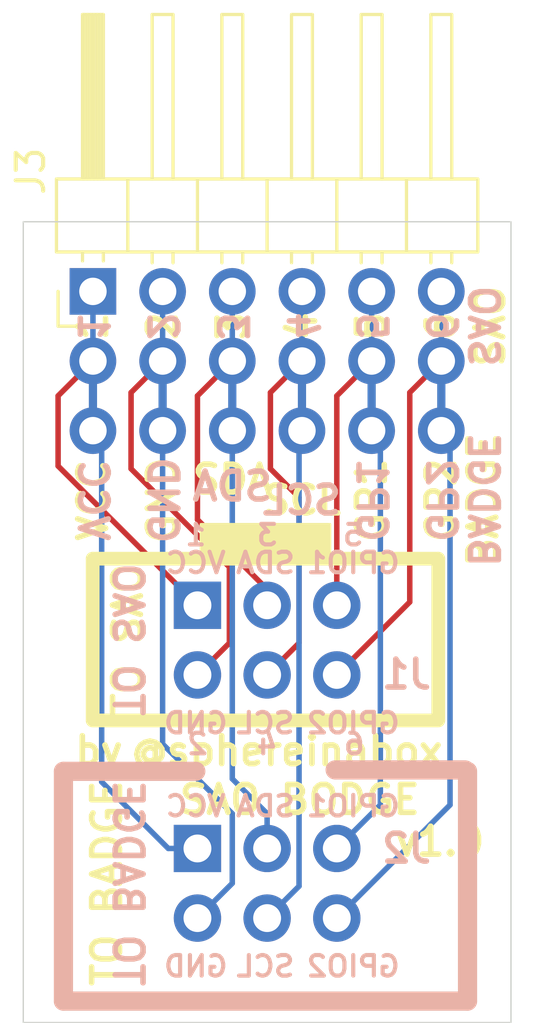
<source format=kicad_pcb>
(kicad_pcb (version 20240108) (generator "pcbnew") (generator_version "8.0")
  (layers (0 "F.Cu" signal) (31 "B.Cu" signal) (34 "B.Paste" user) (35 "F.Paste" user) (36 "B.SilkS" user "B.Silkscreen") (37 "F.SilkS" user "F.Silkscreen") (38 "B.Mask" user) (39 "F.Mask" user) (44 "Edge.Cuts" user))
  (net 0 "")
  (net 1 "/VCC")
  (net 2 "/GND")
  (net 3 "/SDA")
  (net 4 "/SCL")
  (net 5 "/GPIO1")
  (net 6 "/GPIO2")
  (net 7 "/SAO_1")
  (net 8 "/SAO_3")
  (net 9 "/SAO_4")
  (net 10 "/SAO_5")
  (net 11 "/SAO_2")
  (net 12 "/SAO_6")
  (footprint "Connector_PinHeader_2.54mm:PinHeader_1x06_P2.54mm_Horizontal" (layer "F.Cu") (at 69.85 50.8 90)
    (property "Reference" "J3" (at 4.385 -2.27 90) (layer "F.SilkS"))
    (property "Value" "Conn_01x06_Pin")
    (fp_line (start 4.1 -1.33) (end 1.44 -1.33) (stroke (width 0.12)) (layer "F.SilkS"))
    (fp_line (start 1.44 -1.33) (end 1.44 14.03) (stroke (width 0.12)) (layer "F.SilkS"))
    (fp_line (start -1.27 -1.27) (end 0 -1.27) (stroke (width 0.12)) (layer "F.SilkS"))
    (fp_line (start 10.1 -0.38) (end 10.1 0.38) (stroke (width 0.12)) (layer "F.SilkS"))
    (fp_line (start 4.1 -0.38) (end 10.1 -0.38) (stroke (width 0.12)) (layer "F.SilkS"))
    (fp_line (start 1.11 -0.38) (end 1.44 -0.38) (stroke (width 0.12)) (layer "F.SilkS"))
    (fp_line (start 4.1 -0.32) (end 10.1 -0.32) (stroke (width 0.12)) (layer "F.SilkS"))
    (fp_line (start 4.1 -0.2) (end 10.1 -0.2) (stroke (width 0.12)) (layer "F.SilkS"))
    (fp_line (start 4.1 -0.08) (end 10.1 -0.08) (stroke (width 0.12)) (layer "F.SilkS"))
    (fp_line (start -1.27 0) (end -1.27 -1.27) (stroke (width 0.12)) (layer "F.SilkS"))
    (fp_line (start 4.1 0.04) (end 10.1 0.04) (stroke (width 0.12)) (layer "F.SilkS"))
    (fp_line (start 4.1 0.16) (end 10.1 0.16) (stroke (width 0.12)) (layer "F.SilkS"))
    (fp_line (start 4.1 0.28) (end 10.1 0.28) (stroke (width 0.12)) (layer "F.SilkS"))
    (fp_line (start 10.1 0.38) (end 4.1 0.38) (stroke (width 0.12)) (layer "F.SilkS"))
    (fp_line (start 1.11 0.38) (end 1.44 0.38) (stroke (width 0.12)) (layer "F.SilkS"))
    (fp_line (start 1.44 1.27) (end 4.1 1.27) (stroke (width 0.12)) (layer "F.SilkS"))
    (fp_line (start 10.1 2.16) (end 10.1 2.92) (stroke (width 0.12)) (layer "F.SilkS"))
    (fp_line (start 4.1 2.16) (end 10.1 2.16) (stroke (width 0.12)) (layer "F.SilkS"))
    (fp_line (start 1.042929 2.16) (end 1.44 2.16) (stroke (width 0.12)) (layer "F.SilkS"))
    (fp_line (start 10.1 2.92) (end 4.1 2.92) (stroke (width 0.12)) (layer "F.SilkS"))
    (fp_line (start 1.042929 2.92) (end 1.44 2.92) (stroke (width 0.12)) (layer "F.SilkS"))
    (fp_line (start 1.44 3.81) (end 4.1 3.81) (stroke (width 0.12)) (layer "F.SilkS"))
    (fp_line (start 10.1 4.7) (end 10.1 5.46) (stroke (width 0.12)) (layer "F.SilkS"))
    (fp_line (start 4.1 4.7) (end 10.1 4.7) (stroke (width 0.12)) (layer "F.SilkS"))
    (fp_line (start 1.042929 4.7) (end 1.44 4.7) (stroke (width 0.12)) (layer "F.SilkS"))
    (fp_line (start 10.1 5.46) (end 4.1 5.46) (stroke (width 0.12)) (layer "F.SilkS"))
    (fp_line (start 1.042929 5.46) (end 1.44 5.46) (stroke (width 0.12)) (layer "F.SilkS"))
    (fp_line (start 1.44 6.35) (end 4.1 6.35) (stroke (width 0.12)) (layer "F.SilkS"))
    (fp_line (start 10.1 7.24) (end 10.1 8) (stroke (width 0.12)) (layer "F.SilkS"))
    (fp_line (start 4.1 7.24) (end 10.1 7.24) (stroke (width 0.12)) (layer "F.SilkS"))
    (fp_line (start 1.042929 7.24) (end 1.44 7.24) (stroke (width 0.12)) (layer "F.SilkS"))
    (fp_line (start 10.1 8) (end 4.1 8) (stroke (width 0.12)) (layer "F.SilkS"))
    (fp_line (start 1.042929 8) (end 1.44 8) (stroke (width 0.12)) (layer "F.SilkS"))
    (fp_line (start 1.44 8.89) (end 4.1 8.89) (stroke (width 0.12)) (layer "F.SilkS"))
    (fp_line (start 10.1 9.78) (end 10.1 10.54) (stroke (width 0.12)) (layer "F.SilkS"))
    (fp_line (start 4.1 9.78) (end 10.1 9.78) (stroke (width 0.12)) (layer "F.SilkS"))
    (fp_line (start 1.042929 9.78) (end 1.44 9.78) (stroke (width 0.12)) (layer "F.SilkS"))
    (fp_line (start 10.1 10.54) (end 4.1 10.54) (stroke (width 0.12)) (layer "F.SilkS"))
    (fp_line (start 1.042929 10.54) (end 1.44 10.54) (stroke (width 0.12)) (layer "F.SilkS"))
    (fp_line (start 1.44 11.43) (end 4.1 11.43) (stroke (width 0.12)) (layer "F.SilkS"))
    (fp_line (start 10.1 12.32) (end 10.1 13.08) (stroke (width 0.12)) (layer "F.SilkS"))
    (fp_line (start 4.1 12.32) (end 10.1 12.32) (stroke (width 0.12)) (layer "F.SilkS"))
    (fp_line (start 1.042929 12.32) (end 1.44 12.32) (stroke (width 0.12)) (layer "F.SilkS"))
    (fp_line (start 10.1 13.08) (end 4.1 13.08) (stroke (width 0.12)) (layer "F.SilkS"))
    (fp_line (start 1.042929 13.08) (end 1.44 13.08) (stroke (width 0.12)) (layer "F.SilkS"))
    (fp_line (start 4.1 14.03) (end 4.1 -1.33) (stroke (width 0.12)) (layer "F.SilkS"))
    (fp_line (start 1.44 14.03) (end 4.1 14.03) (stroke (width 0.12)) (layer "F.SilkS"))
    (pad "1" thru_hole rect (at 0 0 90) (size 1.7 1.7) (drill 1) (layers "*.Cu" "*.Mask") (net 7 "/SAO_1"))
    (pad "2" thru_hole oval (at 0 2.54 90) (size 1.7 1.7) (drill 1) (layers "*.Cu" "*.Mask") (net 11 "/SAO_2"))
    (pad "3" thru_hole oval (at 0 5.08 90) (size 1.7 1.7) (drill 1) (layers "*.Cu" "*.Mask") (net 8 "/SAO_3"))
    (pad "4" thru_hole oval (at 0 7.62 90) (size 1.7 1.7) (drill 1) (layers "*.Cu" "*.Mask") (net 9 "/SAO_4"))
    (pad "5" thru_hole oval (at 0 10.16 90) (size 1.7 1.7) (drill 1) (layers "*.Cu" "*.Mask") (net 10 "/SAO_5"))
    (pad "6" thru_hole oval (at 0 12.7 90) (size 1.7 1.7) (drill 1) (layers "*.Cu" "*.Mask") (net 12 "/SAO_6"))
  )
  (footprint "Simple_Addon_v2:Simple_Addon_v2-BADGE-2x3" (layer "F.Cu") (at 76.14 63.5)
    (property "Reference" "J1" (at 5.14 1.27 180) (layer "B.SilkS") (effects (font (size 1.016 1.016) (thickness 0.2032)) (justify mirror)))
    (property "Value" "to SAO")
    (fp_line (start -6.3 -2.95) (end 6.3 -2.95) (stroke (width 0.5)) (layer "F.SilkS"))
    (fp_line (start -6.3 2.95) (end -6.3 -2.95) (stroke (width 0.5)) (layer "F.SilkS"))
    (fp_line (start 6.3 -2.95) (end 6.3 2.95) (stroke (width 0.5)) (layer "F.SilkS"))
    (fp_line (start 6.3 2.95) (end -6.3 2.95) (stroke (width 0.5)) (layer "F.SilkS"))
    (fp_poly (pts (xy 2.3495 -3.0607) (xy -2.3495 -3.0607) (xy -2.3495 -4.2037) (xy 2.3495 -4.2037)) (stroke (width 0.1)) (fill solid) (layer "F.SilkS"))
    (fp_text user "GPIO2" (at 3.2 3.048 0) (layer "B.SilkS") (effects (font (size 0.75 0.75)) (justify mirror)))
    (fp_text user "GPIO1" (at 3.2 -2.794 0) (layer "B.SilkS") (effects (font (size 0.75 0.75)) (justify mirror)))
    (fp_text user "1" (at -2.54 -3.81 0) (layer "B.SilkS") (effects (font (size 0.75 0.75)) (justify mirror)))
    (fp_text user "VCC" (at -2.54 -2.794 0) (layer "B.SilkS") (effects (font (size 0.75 0.75)) (justify mirror)))
    (fp_text user "GND" (at -2.54 3.048 0) (layer "B.SilkS") (effects (font (size 0.75 0.75)) (justify mirror)))
    (fp_text user "3" (at 0.06 -3.81 0) (layer "B.SilkS") (effects (font (size 0.75 0.75)) (justify mirror)))
    (fp_text user "5" (at 3.2 -3.81 0) (layer "B.SilkS") (effects (font (size 0.75 0.75)) (justify mirror)))
    (fp_text user "4" (at 0.06 3.81 0) (layer "B.SilkS") (effects (font (size 0.75 0.75)) (justify mirror)))
    (fp_text user "6" (at 3.235 3.81 0) (layer "B.SilkS") (effects (font (size 0.75 0.75)) (justify mirror)))
    (fp_text user "SDA" (at 0 -2.794 0) (layer "B.SilkS") (effects (font (size 0.75 0.75)) (justify mirror)))
    (fp_text user "SCL" (at 0 3.048 0) (layer "B.SilkS") (effects (font (size 0.75 0.75)) (justify mirror)))
    (fp_text user "2" (at -2.48 3.81 0) (layer "B.SilkS") (effects (font (size 0.75 0.75)) (justify mirror)))
    (pad "1" thru_hole rect (at -2.48 -1.25 270) (size 1.7272 1.7272) (drill 1.016) (layers "*.Cu" "*.Mask") (net 7 "/SAO_1"))
    (pad "2" thru_hole circle (at -2.48 1.29 270) (size 1.7272 1.7272) (drill 1.016) (layers "*.Cu" "*.Mask") (net 11 "/SAO_2"))
    (pad "3" thru_hole oval (at 0.06 -1.25 270) (size 1.7272 1.7272) (drill 1.016) (layers "*.Cu" "*.Mask") (net 8 "/SAO_3"))
    (pad "4" thru_hole oval (at 0.06 1.29 270) (size 1.7272 1.7272) (drill 1.016) (layers "*.Cu" "*.Mask") (net 9 "/SAO_4"))
    (pad "5" thru_hole circle (at 2.6 -1.25 270) (size 1.7272 1.7272) (drill 1.016) (layers "*.Cu" "*.Mask") (net 10 "/SAO_5"))
    (pad "6" thru_hole circle (at 2.6 1.29 270) (size 1.7272 1.7272) (drill 1.016) (layers "*.Cu" "*.Mask") (net 12 "/SAO_6"))
  )
  (footprint "Simple_Addon_v2:Simple_Addon_v2-SAO-2x3" (layer "F.Cu") (at 76.14 72.37)
    (property "Reference" "J2" (at 5.14 -1.25 0) (layer "B.SilkS") (effects (font (size 1.016 1.016) (thickness 0.2032)) (justify mirror)))
    (property "Value" "to BADGE")
    (fp_line (start -7.366 -4.064) (end -7.366 4.318) (stroke (width 0.7)) (layer "B.SilkS"))
    (fp_line (start -7.366 4.318) (end 7.366 4.318) (stroke (width 0.7)) (layer "B.SilkS"))
    (fp_line (start -2.54 -4.064) (end -7.366 -4.064) (stroke (width 0.7)) (layer "B.SilkS"))
    (fp_line (start 7.27964 -4.1148) (end 2.54 -4.1148) (stroke (width 0.7)) (layer "B.SilkS"))
    (fp_line (start 7.366 4.318) (end 7.366 -4.064) (stroke (width 0.7)) (layer "B.SilkS"))
    (fp_text user "GPIO2" (at 3.2 3.048 0) (layer "B.SilkS") (effects (font (size 0.75 0.75)) (justify mirror)))
    (fp_text user "GND" (at -2.54 3.048 0) (layer "B.SilkS") (effects (font (size 0.75 0.75)) (justify mirror)))
    (fp_text user "SDA" (at 0 -2.794 0) (layer "B.SilkS") (effects (font (size 0.75 0.75)) (justify mirror)))
    (fp_text user "VCC" (at -2.54 -2.794 0) (layer "B.SilkS") (effects (font (size 0.75 0.75)) (justify mirror)))
    (fp_text user "GPIO1" (at 3.2 -2.794 0) (layer "B.SilkS") (effects (font (size 0.75 0.75)) (justify mirror)))
    (fp_text user "SCL" (at 0 3.048 0) (layer "B.SilkS") (effects (font (size 0.75 0.75)) (justify mirror)))
    (pad "1" thru_hole rect (at -2.48 -1.25 270) (size 1.7272 1.7272) (drill 1.016) (layers "*.Cu" "*.Mask") (net 1 "/VCC"))
    (pad "2" thru_hole circle (at -2.48 1.29 270) (size 1.7272 1.7272) (drill 1.016) (layers "*.Cu" "*.Mask") (net 2 "/GND"))
    (pad "3" thru_hole oval (at 0.06 -1.25 270) (size 1.7272 1.7272) (drill 1.016) (layers "*.Cu" "*.Mask") (net 3 "/SDA"))
    (pad "4" thru_hole oval (at 0.06 1.29 270) (size 1.7272 1.7272) (drill 1.016) (layers "*.Cu" "*.Mask") (net 4 "/SCL"))
    (pad "5" thru_hole circle (at 2.6 -1.25 270) (size 1.7272 1.7272) (drill 1.016) (layers "*.Cu" "*.Mask") (net 5 "/GPIO1"))
    (pad "6" thru_hole circle (at 2.6 1.29 270) (size 1.7272 1.7272) (drill 1.016) (layers "*.Cu" "*.Mask") (net 6 "/GPIO2"))
  )
  (footprint "SAO-Util:SolderJumper-2_Bridged_Pad_Holes" (layer "B.Cu") (at 72.39 53.34 -90)
    (property "Reference" "JP2" (hide yes))
    (property "Value" "SolderJumper_2_Bridged" (hide yes))
    (fp_line (start 0 0) (end 2.54 0) (stroke (width 0.3)) (layer "B.Cu"))
    (pad "1" thru_hole circle (at 0 0 270) (size 1.7 1.7) (drill 1) (layers "*.Cu" "*.Mask") (net 11 "/SAO_2"))
    (pad "2" thru_hole circle (at 2.54 0 270) (size 1.7 1.7) (drill 1) (layers "*.Cu" "*.Mask") (net 2 "/GND"))
  )
  (footprint "SAO-Util:SolderJumper-2_Bridged_Pad_Holes" (layer "B.Cu") (at 77.47 53.34 -90)
    (property "Reference" "JP4" (hide yes))
    (property "Value" "SolderJumper_2_Bridged" (hide yes))
    (fp_line (start 0 0) (end 2.54 0) (stroke (width 0.3)) (layer "B.Cu"))
    (pad "1" thru_hole circle (at 0 0 270) (size 1.7 1.7) (drill 1) (layers "*.Cu" "*.Mask") (net 9 "/SAO_4"))
    (pad "2" thru_hole circle (at 2.54 0 270) (size 1.7 1.7) (drill 1) (layers "*.Cu" "*.Mask") (net 4 "/SCL"))
  )
  (footprint "SAO-Util:SolderJumper-2_Bridged_Pad_Holes" (layer "B.Cu") (at 80.01 53.34 -90)
    (property "Reference" "JP5" (hide yes))
    (property "Value" "SolderJumper_2_Bridged" (hide yes))
    (fp_line (start 0 0) (end 2.54 0) (stroke (width 0.3)) (layer "B.Cu"))
    (pad "1" thru_hole circle (at 0 0 270) (size 1.7 1.7) (drill 1) (layers "*.Cu" "*.Mask") (net 10 "/SAO_5"))
    (pad "2" thru_hole circle (at 2.54 0 270) (size 1.7 1.7) (drill 1) (layers "*.Cu" "*.Mask") (net 5 "/GPIO1"))
  )
  (footprint "SAO-Util:SolderJumper-2_Bridged_Pad_Holes" (layer "B.Cu") (at 82.55 53.34 -90)
    (property "Reference" "JP6" (hide yes))
    (property "Value" "SolderJumper_2_Bridged" (hide yes))
    (fp_line (start 0 0) (end 2.54 0) (stroke (width 0.3)) (layer "B.Cu"))
    (pad "1" thru_hole circle (at 0 0 270) (size 1.7 1.7) (drill 1) (layers "*.Cu" "*.Mask") (net 12 "/SAO_6"))
    (pad "2" thru_hole circle (at 2.54 0 270) (size 1.7 1.7) (drill 1) (layers "*.Cu" "*.Mask") (net 6 "/GPIO2"))
  )
  (footprint "SAO-Util:SolderJumper-2_Bridged_Pad_Holes" (layer "B.Cu") (at 69.85 53.34 -90)
    (property "Reference" "JP1" (hide yes))
    (property "Value" "SolderJumper_2_Bridged" (hide yes))
    (fp_line (start 0 0) (end 2.54 0) (stroke (width 0.3)) (layer "B.Cu"))
    (pad "1" thru_hole circle (at 0 0 270) (size 1.7 1.7) (drill 1) (layers "*.Cu" "*.Mask") (net 7 "/SAO_1"))
    (pad "2" thru_hole circle (at 2.54 0 270) (size 1.7 1.7) (drill 1) (layers "*.Cu" "*.Mask") (net 1 "/VCC"))
  )
  (footprint "SAO-Util:SolderJumper-2_Bridged_Pad_Holes" (layer "B.Cu") (at 74.93 53.34 -90)
    (property "Reference" "JP3" (hide yes))
    (property "Value" "SolderJumper_2_Bridged" (hide yes))
    (fp_line (start 0 0) (end 2.54 0) (stroke (width 0.3)) (layer "B.Cu"))
    (pad "1" thru_hole circle (at 0 0 270) (size 1.7 1.7) (drill 1) (layers "*.Cu" "*.Mask") (net 8 "/SAO_3"))
    (pad "2" thru_hole circle (at 2.54 0 270) (size 1.7 1.7) (drill 1) (layers "*.Cu" "*.Mask") (net 3 "/SDA"))
  )
  (gr_rect (start 67.31 48.26) (end 85.09 77.47) (stroke (width 0.05)) (fill none) (layer "Edge.Cuts"))
  (gr_text "2" (at 72.39 52.07 -90) (layer "B.SilkS") (effects (font (size 1.016 1.016) (thickness 0.2032) (bold yes)) (justify mirror)))
  (gr_text "3" (at 74.93 52.07 -90) (layer "B.SilkS") (effects (font (size 1.016 1.016) (thickness 0.2032) (bold yes)) (justify mirror)))
  (gr_text "5" (at 80.01 52.07 -90) (layer "B.SilkS") (effects (font (size 1.016 1.016) (thickness 0.2032) (bold yes)) (justify mirror)))
  (gr_text "4" (at 77.47 52.07 -90) (layer "B.SilkS") (effects (font (size 1.016 1.016) (thickness 0.2032) (bold yes)) (justify mirror)))
  (gr_text "GP2" (at 82.55 58.42 270) (layer "B.SilkS") (effects (font (size 1.016 1.016) (thickness 0.2032) (bold yes)) (justify mirror)))
  (gr_text "SDA" (at 74.93 57.912 0) (layer "B.SilkS") (effects (font (size 1.016 1.016) (thickness 0.2032) (bold yes)) (justify mirror)))
  (gr_text "GND" (at 72.39 58.42 -90) (layer "B.SilkS") (effects (font (size 1.016 1.016) (thickness 0.2032) (bold yes)) (justify mirror)))
  (gr_text "VCC" (at 69.85 58.42 -90) (layer "B.SilkS") (effects (font (size 1.016 1.016) (thickness 0.2032) (bold yes)) (justify mirror)))
  (gr_text "BADGE" (at 84.074 60.96 270) (layer "B.SilkS") (effects (font (size 1.016 1.016) (thickness 0.2032) (bold yes)) (justify left mirror)))
  (gr_text "GP1" (at 80.01 58.42 270) (layer "B.SilkS") (effects (font (size 1.016 1.016) (thickness 0.2032) (bold yes)) (justify mirror)))
  (gr_text "6" (at 82.55 52.07 -90) (layer "B.SilkS") (effects (font (size 1.016 1.016) (thickness 0.2032) (bold yes)) (justify mirror)))
  (gr_text "1" (at 69.85 52.07 270) (layer "B.SilkS") (effects (font (size 1.016 1.016) (thickness 0.2032) (bold yes)) (justify mirror)))
  (gr_text "TO BADGE" (at 71.12 72.39 -90) (layer "B.SilkS") (effects (font (size 1.016 1.016) (thickness 0.2032) (bold yes)) (justify mirror)))
  (gr_text "TO SAO" (at 71.12 63.5 -90) (layer "B.SilkS") (effects (font (size 1.016 1.016) (thickness 0.2032) (bold yes)) (justify mirror)))
  (gr_text "SAO" (at 84.074 52.07 270) (layer "B.SilkS") (effects (font (size 1.016 1.016) (thickness 0.2032) (bold yes)) (justify mirror)))
  (gr_text "SCL" (at 77.47 58.42 0) (layer "B.SilkS") (effects (font (size 1.016 1.016) (thickness 0.2032) (bold yes)) (justify mirror)))
  (gr_text "TO SAO" (at 71.12 63.5 90) (layer "F.SilkS") (effects (font (size 1.016 1.016) (thickness 0.2032) (bold yes))))
  (gr_text "VCC" (at 69.85 58.42 90) (layer "F.SilkS") (effects (font (size 1.016 1.016) (thickness 0.2032) (bold yes))))
  (gr_text "1" (at 69.85 52.07 90) (layer "F.SilkS") (effects (font (size 1.016 1.016) (thickness 0.2032) (bold yes))))
  (gr_text "5" (at 80.01 52.07 90) (layer "F.SilkS") (effects (font (size 1.016 1.016) (thickness 0.2032) (bold yes))))
  (gr_text "SAO BODGE" (at 72.898 69.342 0) (layer "F.SilkS") (effects (font (size 1.016 1.016) (thickness 0.2032) (bold yes)) (justify left)))
  (gr_text "6" (at 82.55 52.07 90) (layer "F.SilkS") (effects (font (size 1.016 1.016) (thickness 0.2032) (bold yes))))
  (gr_text "4" (at 77.47 52.07 90) (layer "F.SilkS") (effects (font (size 1.016 1.016) (thickness 0.2032) (bold yes))))
  (gr_text "3" (at 74.93 52.07 90) (layer "F.SilkS") (effects (font (size 1.016 1.016) (thickness 0.2032) (bold yes))))
  (gr_text "GP1" (at 80.01 58.42 90) (layer "F.SilkS") (effects (font (size 1.016 1.016) (thickness 0.2032) (bold yes))))
  (gr_text "TO BADGE" (at 70.358 72.39 90) (layer "F.SilkS") (effects (font (size 1.016 1.016) (thickness 0.2032) (bold yes))))
  (gr_text "v1.0" (at 80.772 70.866 0) (layer "F.SilkS") (effects (font (size 1.016 1.016) (thickness 0.2032) (bold yes)) (justify left)))
  (gr_text "SAO" (at 84.328 52.07 90) (layer "F.SilkS") (effects (font (size 1.016 1.016) (thickness 0.2032) (bold yes))))
  (gr_text "GND" (at 72.39 58.42 90) (layer "F.SilkS") (effects (font (size 1.016 1.016) (thickness 0.2032) (bold yes))))
  (gr_text "@sphereinabox" (at 71.12 67.564 0) (layer "F.SilkS") (effects (font (size 1.016 1.016) (thickness 0.2032) (bold yes)) (justify left)))
  (gr_text "SDA" (at 74.93 57.658 0) (layer "F.SilkS") (effects (font (size 1.016 1.016) (thickness 0.2032) (bold yes))))
  (gr_text "GP2" (at 82.55 58.42 90) (layer "F.SilkS") (effects (font (size 1.016 1.016) (thickness 0.2032) (bold yes))))
  (gr_text "by" (at 69.088 67.564 0) (layer "F.SilkS") (effects (font (size 1.016 1.016) (thickness 0.2032) (bold yes)) (justify left)))
  (gr_text "2" (at 72.39 52.07 90) (layer "F.SilkS") (effects (font (size 1.016 1.016) (thickness 0.2032) (bold yes))))
  (gr_text "BADGE" (at 84.074 60.96 90) (layer "F.SilkS") (effects (font (size 1.016 1.016) (thickness 0.2032) (bold yes)) (justify left)))
  (gr_text "SCL" (at 77.47 58.42 0) (layer "F.SilkS") (effects (font (size 1.016 1.016) (thickness 0.2032) (bold yes))))
  (segment (start 70.168198 68.691798) (end 70.168198 56.198198) (width 0.2) (layer "B.Cu") (net 1))
  (segment (start 73.66 71.12) (end 72.5964 71.12) (width 0.2) (layer "B.Cu") (net 1))
  (segment (start 72.5964 71.12) (end 70.168198 68.691798) (width 0.2) (layer "B.Cu") (net 1))
  (segment (start 74.93 69.85) (end 72.39 67.31) (width 0.2) (layer "B.Cu") (net 2))
  (segment (start 72.39 56.516396) (end 72.708198 56.198198) (width 0.2) (layer "B.Cu") (net 2))
  (segment (start 74.93 72.39) (end 74.93 69.85) (width 0.2) (layer "B.Cu") (net 2))
  (segment (start 72.39 67.31) (end 72.39 56.516396) (width 0.2) (layer "B.Cu") (net 2))
  (segment (start 73.66 73.66) (end 74.93 72.39) (width 0.2) (layer "B.Cu") (net 2))
  (segment (start 74.93 68.58) (end 74.93 56.516396) (width 0.2) (layer "B.Cu") (net 3))
  (segment (start 76.2 69.85) (end 74.93 68.58) (width 0.2) (layer "B.Cu") (net 3))
  (segment (start 76.2 71.12) (end 76.2 69.85) (width 0.2) (layer "B.Cu") (net 3))
  (segment (start 74.93 56.516396) (end 75.248198 56.198198) (width 0.2) (layer "B.Cu") (net 3))
  (segment (start 77.3636 72.4964) (end 77.3636 56.622796) (width 0.2) (layer "B.Cu") (net 4))
  (segment (start 77.3636 56.622796) (end 77.788198 56.198198) (width 0.2) (layer "B.Cu") (net 4))
  (segment (start 76.2 73.66) (end 77.3636 72.4964) (width 0.2) (layer "B.Cu") (net 4))
  (segment (start 80.328198 69.531802) (end 80.328198 56.198198) (width 0.2) (layer "B.Cu") (net 5))
  (segment (start 78.74 71.12) (end 80.328198 69.531802) (width 0.2) (layer "B.Cu") (net 5))
  (segment (start 82.868198 69.531802) (end 82.868198 56.198198) (width 0.2) (layer "B.Cu") (net 6))
  (segment (start 78.74 73.66) (end 82.868198 69.531802) (width 0.2) (layer "B.Cu") (net 6))
  (segment (start 69.85 53.34) (end 68.58 54.61) (width 0.2) (layer "F.Cu") (net 7))
  (segment (start 68.58 54.61) (end 68.58 57.17) (width 0.2) (layer "F.Cu") (net 7))
  (segment (start 68.58 57.17) (end 73.66 62.25) (width 0.2) (layer "F.Cu") (net 7))
  (segment (start 69.85 50.8) (end 69.85 52.703604) (width 0.2) (layer "B.Cu") (net 7))
  (segment (start 69.85 52.703604) (end 69.531802 53.021802) (width 0.2) (layer "B.Cu") (net 7))
  (segment (start 69.85 52.774315) (end 69.567157 53.057158) (width 0.2) (layer "B.Cu") (net 7))
  (segment (start 73.66 59.124314) (end 76.2 61.664314) (width 0.2) (layer "F.Cu") (net 8))
  (segment (start 74.93 53.34) (end 73.66 54.61) (width 0.2) (layer "F.Cu") (net 8))
  (segment (start 76.2 61.664314) (end 76.2 62.25) (width 0.2) (layer "F.Cu") (net 8))
  (segment (start 73.66 54.61) (end 73.66 59.124314) (width 0.2) (layer "F.Cu") (net 8))
  (segment (start 74.93 50.8) (end 74.93 52.703604) (width 0.2) (layer "B.Cu") (net 8))
  (segment (start 74.93 52.703604) (end 74.611802 53.021802) (width 0.2) (layer "B.Cu") (net 8))
  (segment (start 74.93 52.774315) (end 74.647157 53.057158) (width 0.2) (layer "B.Cu") (net 8))
  (segment (start 76.32 57.27) (end 76.32 54.49) (width 0.2) (layer "F.Cu") (net 9))
  (segment (start 76.32 54.49) (end 77.47 53.34) (width 0.2) (layer "F.Cu") (net 9))
  (segment (start 77.3636 58.3136) (end 76.32 57.27) (width 0.2) (layer "F.Cu") (net 9))
  (segment (start 77.3636 63.6264) (end 77.3636 58.3136) (width 0.2) (layer "F.Cu") (net 9))
  (segment (start 76.2 64.79) (end 77.3636 63.6264) (width 0.2) (layer "F.Cu") (net 9))
  (segment (start 77.47 50.8) (end 77.47 52.703604) (width 0.2) (layer "B.Cu") (net 9))
  (segment (start 77.47 52.703604) (end 77.151802 53.021802) (width 0.2) (layer "B.Cu") (net 9))
  (segment (start 77.47 52.774315) (end 77.187157 53.057158) (width 0.2) (layer "B.Cu") (net 9))
  (segment (start 78.74 54.61) (end 80.01 53.34) (width 0.2) (layer "F.Cu") (net 10))
  (segment (start 78.74 62.25) (end 78.74 54.61) (width 0.2) (layer "F.Cu") (net 10))
  (segment (start 80.01 50.8) (end 80.01 52.703604) (width 0.2) (layer "B.Cu") (net 10))
  (segment (start 80.01 52.703604) (end 79.691802 53.021802) (width 0.2) (layer "B.Cu") (net 10))
  (segment (start 80.01 52.774315) (end 79.727157 53.057158) (width 0.2) (layer "B.Cu") (net 10))
  (segment (start 74.8236 60.8536) (end 71.24 57.27) (width 0.2) (layer "F.Cu") (net 11))
  (segment (start 73.66 64.79) (end 74.8236 63.6264) (width 0.2) (layer "F.Cu") (net 11))
  (segment (start 74.8236 63.6264) (end 74.8236 60.8536) (width 0.2) (layer "F.Cu") (net 11))
  (segment (start 71.24 54.49) (end 72.39 53.34) (width 0.2) (layer "F.Cu") (net 11))
  (segment (start 71.24 57.27) (end 71.24 54.49) (width 0.2) (layer "F.Cu") (net 11))
  (segment (start 72.39 52.774315) (end 72.107157 53.057158) (width 0.2) (layer "B.Cu") (net 11))
  (segment (start 72.39 50.8) (end 72.39 52.703604) (width 0.2) (layer "B.Cu") (net 11))
  (segment (start 72.39 52.703604) (end 72.071802 53.021802) (width 0.2) (layer "B.Cu") (net 11))
  (segment (start 78.74 64.79) (end 81.4 62.13) (width 0.2) (layer "F.Cu") (net 12))
  (segment (start 81.4 54.49) (end 82.55 53.34) (width 0.2) (layer "F.Cu") (net 12))
  (segment (start 81.4 62.13) (end 81.4 54.49) (width 0.2) (layer "F.Cu") (net 12))
  (segment (start 82.55 50.8) (end 82.55 52.703604) (width 0.2) (layer "B.Cu") (net 12))
  (segment (start 82.55 52.774315) (end 82.267157 53.057158) (width 0.2) (layer "B.Cu") (net 12))
  (segment (start 82.55 52.703604) (end 82.231802 53.021802) (width 0.2) (layer "B.Cu") (net 12))
)
</source>
